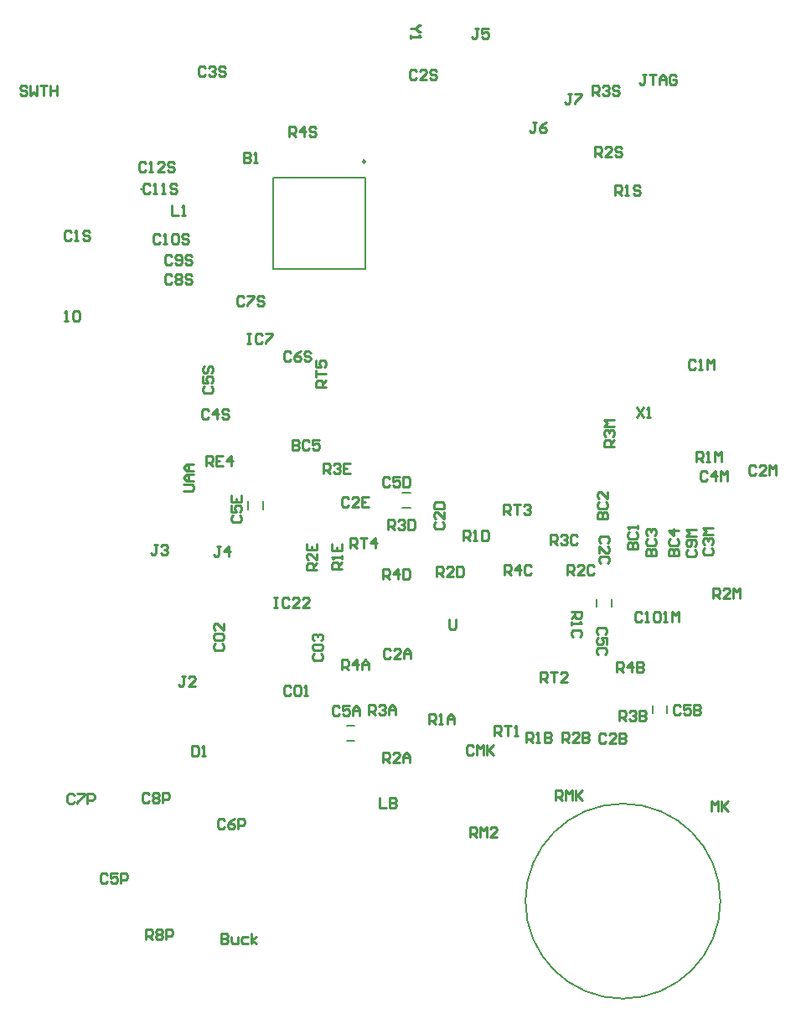
<source format=gto>
G04*
G04 #@! TF.GenerationSoftware,Altium Limited,Altium Designer,18.1.9 (240)*
G04*
G04 Layer_Color=65535*
%FSAX24Y24*%
%MOIN*%
G70*
G01*
G75*
%ADD10C,0.0098*%
%ADD11C,0.0079*%
%ADD12C,0.0079*%
%ADD13C,0.0090*%
D10*
X024771Y044151D02*
G03*
X024771Y044151I-000049J000000D01*
G01*
D11*
X038900Y014737D02*
G03*
X038900Y014737I-003878J000000D01*
G01*
X015892Y043054D02*
G03*
X015892Y043054I-000026J000000D01*
G01*
D12*
X021119Y043531D02*
X024781D01*
X021119Y039869D02*
Y043531D01*
Y039869D02*
X024781D01*
Y043531D01*
X024037Y021715D02*
X024352D01*
X024037Y021125D02*
X024352D01*
X034564Y026445D02*
Y026760D01*
X033974Y026445D02*
Y026760D01*
X026253Y030976D02*
X026568D01*
X026253Y030385D02*
X026568D01*
X020695Y030326D02*
Y030641D01*
X020105Y030326D02*
Y030641D01*
X036790Y022217D02*
Y022532D01*
X036200Y022217D02*
Y022532D01*
D13*
X029262Y049450D02*
X029128D01*
X029195D01*
Y049117D01*
X029128Y049050D01*
X029062D01*
X028995Y049117D01*
X029661Y049450D02*
X029395D01*
Y049250D01*
X029528Y049317D01*
X029595D01*
X029661Y049250D01*
Y049117D01*
X029595Y049050D01*
X029461D01*
X029395Y049117D01*
X031564Y045729D02*
X031431D01*
X031497D01*
Y045396D01*
X031431Y045329D01*
X031364D01*
X031297Y045396D01*
X031964Y045729D02*
X031830Y045662D01*
X031697Y045529D01*
Y045396D01*
X031764Y045329D01*
X031897D01*
X031964Y045396D01*
Y045462D01*
X031897Y045529D01*
X031697D01*
X032967Y046857D02*
X032833D01*
X032900D01*
Y046523D01*
X032833Y046457D01*
X032767D01*
X032700Y046523D01*
X033100Y046857D02*
X033366D01*
Y046790D01*
X033100Y046523D01*
Y046457D01*
X028950Y017280D02*
Y017680D01*
X029150D01*
X029217Y017613D01*
Y017480D01*
X029150Y017413D01*
X028950D01*
X029083D02*
X029217Y017280D01*
X029350D02*
Y017680D01*
X029483Y017547D01*
X029616Y017680D01*
Y017280D01*
X030016D02*
X029750D01*
X030016Y017547D01*
Y017613D01*
X029950Y017680D01*
X029816D01*
X029750Y017613D01*
X017870Y020920D02*
Y020520D01*
X018070D01*
X018137Y020587D01*
Y020853D01*
X018070Y020920D01*
X017870D01*
X018270Y020520D02*
X018403D01*
X018337D01*
Y020920D01*
X018270Y020853D01*
X035767Y026189D02*
X035700Y026255D01*
X035567D01*
X035500Y026189D01*
Y025922D01*
X035567Y025856D01*
X035700D01*
X035767Y025922D01*
X035900Y025856D02*
X036033D01*
X035967D01*
Y026255D01*
X035900Y026189D01*
X036233D02*
X036300Y026255D01*
X036433D01*
X036500Y026189D01*
Y025922D01*
X036433Y025856D01*
X036300D01*
X036233Y025922D01*
Y026189D01*
X036633Y025856D02*
X036766D01*
X036700D01*
Y026255D01*
X036633Y026189D01*
X036966Y025856D02*
Y026255D01*
X037099Y026122D01*
X037233Y026255D01*
Y025856D01*
X017525Y031035D02*
X017859D01*
X017925Y031101D01*
Y031235D01*
X017859Y031301D01*
X017525D01*
X017925Y031435D02*
X017659D01*
X017525Y031568D01*
X017659Y031701D01*
X017925D01*
X017725D01*
Y031435D01*
X017925Y031835D02*
X017659D01*
X017525Y031968D01*
X017659Y032101D01*
X017925D01*
X017725D01*
Y031835D01*
X023192Y035175D02*
X022792D01*
Y035375D01*
X022859Y035441D01*
X022992D01*
X023059Y035375D01*
Y035175D01*
Y035308D02*
X023192Y035441D01*
X022792Y035575D02*
Y035841D01*
Y035708D01*
X023192D01*
X022792Y036241D02*
Y035975D01*
X022992D01*
X022925Y036108D01*
Y036174D01*
X022992Y036241D01*
X023125D01*
X023192Y036174D01*
Y036041D01*
X023125Y035975D01*
X018450Y032050D02*
Y032450D01*
X018650D01*
X018717Y032383D01*
Y032250D01*
X018650Y032183D01*
X018450D01*
X018583D02*
X018717Y032050D01*
X019116Y032450D02*
X018850D01*
Y032050D01*
X019116D01*
X018850Y032250D02*
X018983D01*
X019450Y032050D02*
Y032450D01*
X019250Y032250D01*
X019516D01*
X023113Y031750D02*
Y032150D01*
X023313D01*
X023380Y032084D01*
Y031950D01*
X023313Y031884D01*
X023113D01*
X023246D02*
X023380Y031750D01*
X023513Y032084D02*
X023580Y032150D01*
X023713D01*
X023780Y032084D01*
Y032017D01*
X023713Y031950D01*
X023646D01*
X023713D01*
X023780Y031884D01*
Y031817D01*
X023713Y031750D01*
X023580D01*
X023513Y031817D01*
X024179Y032150D02*
X023913D01*
Y031750D01*
X024179D01*
X023913Y031950D02*
X024046D01*
X022852Y027900D02*
X022452D01*
Y028100D01*
X022518Y028167D01*
X022652D01*
X022718Y028100D01*
Y027900D01*
Y028033D02*
X022852Y028167D01*
Y028566D02*
Y028300D01*
X022585Y028566D01*
X022518D01*
X022452Y028500D01*
Y028367D01*
X022518Y028300D01*
X022452Y028966D02*
Y028700D01*
X022852D01*
Y028966D01*
X022652Y028700D02*
Y028833D01*
X023826Y027948D02*
X023426D01*
Y028148D01*
X023493Y028215D01*
X023626D01*
X023693Y028148D01*
Y027948D01*
Y028082D02*
X023826Y028215D01*
Y028348D02*
Y028481D01*
Y028415D01*
X023426D01*
X023493Y028348D01*
X023426Y028948D02*
Y028681D01*
X023826D01*
Y028948D01*
X023626Y028681D02*
Y028815D01*
X019017Y028860D02*
X018883D01*
X018950D01*
Y028527D01*
X018883Y028460D01*
X018817D01*
X018750Y028527D01*
X019350Y028460D02*
Y028860D01*
X019150Y028660D01*
X019416D01*
X016507Y028930D02*
X016373D01*
X016440D01*
Y028597D01*
X016373Y028530D01*
X016307D01*
X016240Y028597D01*
X016640Y028863D02*
X016707Y028930D01*
X016840D01*
X016906Y028863D01*
Y028797D01*
X016840Y028730D01*
X016773D01*
X016840D01*
X016906Y028663D01*
Y028597D01*
X016840Y028530D01*
X016707D01*
X016640Y028597D01*
X021140Y026800D02*
X021273D01*
X021207D01*
Y026400D01*
X021140D01*
X021273D01*
X021740Y026733D02*
X021673Y026800D01*
X021540D01*
X021473Y026733D01*
Y026467D01*
X021540Y026400D01*
X021673D01*
X021740Y026467D01*
X022140Y026400D02*
X021873D01*
X022140Y026667D01*
Y026733D01*
X022073Y026800D01*
X021940D01*
X021873Y026733D01*
X022540Y026400D02*
X022273D01*
X022540Y026667D01*
Y026733D01*
X022473Y026800D01*
X022340D01*
X022273Y026733D01*
X022742Y024567D02*
X022676Y024500D01*
Y024367D01*
X022742Y024300D01*
X023009D01*
X023076Y024367D01*
Y024500D01*
X023009Y024567D01*
X022676Y024900D02*
Y024767D01*
X022742Y024700D01*
X023009D01*
X023076Y024767D01*
Y024900D01*
X023009Y024966D01*
X022742D01*
X022676Y024900D01*
X022742Y025100D02*
X022676Y025166D01*
Y025300D01*
X022742Y025366D01*
X022809D01*
X022876Y025300D01*
Y025233D01*
Y025300D01*
X022942Y025366D01*
X023009D01*
X023076Y025300D01*
Y025166D01*
X023009Y025100D01*
X018805Y024982D02*
X018739Y024915D01*
Y024782D01*
X018805Y024715D01*
X019072D01*
X019139Y024782D01*
Y024915D01*
X019072Y024982D01*
X018739Y025315D02*
Y025182D01*
X018805Y025115D01*
X019072D01*
X019139Y025182D01*
Y025315D01*
X019072Y025382D01*
X018805D01*
X018739Y025315D01*
X019139Y025782D02*
Y025515D01*
X018872Y025782D01*
X018805D01*
X018739Y025715D01*
Y025582D01*
X018805Y025515D01*
X019500Y030081D02*
X019434Y030014D01*
Y029881D01*
X019500Y029814D01*
X019767D01*
X019833Y029881D01*
Y030014D01*
X019767Y030081D01*
X019434Y030481D02*
Y030214D01*
X019633D01*
X019567Y030347D01*
Y030414D01*
X019633Y030481D01*
X019767D01*
X019833Y030414D01*
Y030281D01*
X019767Y030214D01*
X019434Y030881D02*
Y030614D01*
X019833D01*
Y030881D01*
X019633Y030614D02*
Y030747D01*
X024093Y030752D02*
X024026Y030819D01*
X023893D01*
X023826Y030752D01*
Y030486D01*
X023893Y030419D01*
X024026D01*
X024093Y030486D01*
X024492Y030419D02*
X024226D01*
X024492Y030686D01*
Y030752D01*
X024426Y030819D01*
X024293D01*
X024226Y030752D01*
X024892Y030819D02*
X024626D01*
Y030419D01*
X024892D01*
X024626Y030619D02*
X024759D01*
X021807Y023253D02*
X021740Y023320D01*
X021607D01*
X021540Y023253D01*
Y022987D01*
X021607Y022920D01*
X021740D01*
X021807Y022987D01*
X021940Y023253D02*
X022007Y023320D01*
X022140D01*
X022207Y023253D01*
Y022987D01*
X022140Y022920D01*
X022007D01*
X021940Y022987D01*
Y023253D01*
X022340Y022920D02*
X022474D01*
X022407D01*
Y023320D01*
X022340Y023253D01*
X021877Y033096D02*
Y032696D01*
X022077D01*
X022144Y032763D01*
Y032830D01*
X022077Y032896D01*
X021877D01*
X022077D01*
X022144Y032963D01*
Y033030D01*
X022077Y033096D01*
X021877D01*
X022544Y033030D02*
X022477Y033096D01*
X022344D01*
X022277Y033030D01*
Y032763D01*
X022344Y032696D01*
X022477D01*
X022544Y032763D01*
X022943Y033096D02*
X022677D01*
Y032896D01*
X022810Y032963D01*
X022877D01*
X022943Y032896D01*
Y032763D01*
X022877Y032696D01*
X022744D01*
X022677Y032763D01*
X012810Y037830D02*
X012943D01*
X012877D01*
Y038230D01*
X012810Y038163D01*
X013143D02*
X013210Y038230D01*
X013343D01*
X013410Y038163D01*
Y037897D01*
X013343Y037830D01*
X013210D01*
X013143Y037897D01*
Y038163D01*
X025330Y018857D02*
Y018457D01*
X025596D01*
X025730Y018857D02*
Y018457D01*
X025930D01*
X025996Y018524D01*
Y018591D01*
X025930Y018657D01*
X025730D01*
X025930D01*
X025996Y018724D01*
Y018791D01*
X025930Y018857D01*
X025730D01*
X026964Y049570D02*
X026897D01*
X026764Y049437D01*
X026897Y049304D01*
X026964D01*
X026764Y049437D02*
X026564D01*
Y049171D02*
Y049037D01*
Y049104D01*
X026964D01*
X026897Y049171D01*
X035570Y034390D02*
X035837Y033990D01*
Y034390D02*
X035570Y033990D01*
X035970D02*
X036103D01*
X036037D01*
Y034390D01*
X035970Y034323D01*
X028095Y025949D02*
Y025616D01*
X028162Y025549D01*
X028295D01*
X028362Y025616D01*
Y025949D01*
X011307Y047113D02*
X011240Y047180D01*
X011107D01*
X011040Y047113D01*
Y047047D01*
X011107Y046980D01*
X011240D01*
X011307Y046913D01*
Y046847D01*
X011240Y046780D01*
X011107D01*
X011040Y046847D01*
X011440Y047180D02*
Y046780D01*
X011573Y046913D01*
X011706Y046780D01*
Y047180D01*
X011840D02*
X012106D01*
X011973D01*
Y046780D01*
X012240Y047180D02*
Y046780D01*
Y046980D01*
X012506D01*
Y047180D01*
Y046780D01*
X024171Y028770D02*
Y029170D01*
X024371D01*
X024437Y029103D01*
Y028970D01*
X024371Y028903D01*
X024171D01*
X024304D02*
X024437Y028770D01*
X024570Y029170D02*
X024837D01*
X024704D01*
Y028770D01*
X025170D02*
Y029170D01*
X024970Y028970D01*
X025237D01*
X030274Y030105D02*
Y030505D01*
X030474D01*
X030540Y030438D01*
Y030305D01*
X030474Y030238D01*
X030274D01*
X030407D02*
X030540Y030105D01*
X030674Y030505D02*
X030940D01*
X030807D01*
Y030105D01*
X031073Y030438D02*
X031140Y030505D01*
X031273D01*
X031340Y030438D01*
Y030372D01*
X031273Y030305D01*
X031207D01*
X031273D01*
X031340Y030238D01*
Y030172D01*
X031273Y030105D01*
X031140D01*
X031073Y030172D01*
X031743Y023457D02*
Y023857D01*
X031943D01*
X032009Y023791D01*
Y023657D01*
X031943Y023591D01*
X031743D01*
X031876D02*
X032009Y023457D01*
X032143Y023857D02*
X032409D01*
X032276D01*
Y023457D01*
X032809D02*
X032543D01*
X032809Y023724D01*
Y023791D01*
X032743Y023857D01*
X032609D01*
X032543Y023791D01*
X029900Y021300D02*
Y021700D01*
X030100D01*
X030166Y021633D01*
Y021500D01*
X030100Y021433D01*
X029900D01*
X030033D02*
X030166Y021300D01*
X030299Y021700D02*
X030566D01*
X030433D01*
Y021300D01*
X030699D02*
X030833D01*
X030766D01*
Y021700D01*
X030699Y021633D01*
X032344Y018750D02*
Y019150D01*
X032544D01*
X032610Y019083D01*
Y018950D01*
X032544Y018883D01*
X032344D01*
X032477D02*
X032610Y018750D01*
X032744D02*
Y019150D01*
X032877Y019017D01*
X033010Y019150D01*
Y018750D01*
X033143Y019150D02*
Y018750D01*
Y018883D01*
X033410Y019150D01*
X033210Y018950D01*
X033410Y018750D01*
X016050Y013200D02*
Y013600D01*
X016250D01*
X016317Y013533D01*
Y013400D01*
X016250Y013333D01*
X016050D01*
X016183D02*
X016317Y013200D01*
X016450Y013533D02*
X016517Y013600D01*
X016650D01*
X016716Y013533D01*
Y013467D01*
X016650Y013400D01*
X016716Y013333D01*
Y013267D01*
X016650Y013200D01*
X016517D01*
X016450Y013267D01*
Y013333D01*
X016517Y013400D01*
X016450Y013467D01*
Y013533D01*
X016517Y013400D02*
X016650D01*
X016850Y013200D02*
Y013600D01*
X017050D01*
X017116Y013533D01*
Y013400D01*
X017050Y013333D01*
X016850D01*
X021750Y045150D02*
Y045550D01*
X021950D01*
X022017Y045483D01*
Y045350D01*
X021950Y045283D01*
X021750D01*
X021883D02*
X022017Y045150D01*
X022350D02*
Y045550D01*
X022150Y045350D01*
X022416D01*
X022816Y045483D02*
X022750Y045550D01*
X022616D01*
X022550Y045483D01*
Y045417D01*
X022616Y045350D01*
X022750D01*
X022816Y045283D01*
Y045217D01*
X022750Y045150D01*
X022616D01*
X022550Y045217D01*
X025483Y027536D02*
Y027935D01*
X025683D01*
X025750Y027869D01*
Y027736D01*
X025683Y027669D01*
X025483D01*
X025616D02*
X025750Y027536D01*
X026083D02*
Y027935D01*
X025883Y027736D01*
X026150D01*
X026283Y027935D02*
Y027536D01*
X026483D01*
X026549Y027602D01*
Y027869D01*
X026483Y027935D01*
X026283D01*
X030318Y027729D02*
Y028129D01*
X030518D01*
X030585Y028062D01*
Y027929D01*
X030518Y027862D01*
X030318D01*
X030451D02*
X030585Y027729D01*
X030918D02*
Y028129D01*
X030718Y027929D01*
X030984D01*
X031384Y028062D02*
X031318Y028129D01*
X031184D01*
X031118Y028062D01*
Y027796D01*
X031184Y027729D01*
X031318D01*
X031384Y027796D01*
X034778Y023850D02*
Y024250D01*
X034978D01*
X035045Y024183D01*
Y024050D01*
X034978Y023983D01*
X034778D01*
X034912D02*
X035045Y023850D01*
X035378D02*
Y024250D01*
X035178Y024050D01*
X035445D01*
X035578Y024250D02*
Y023850D01*
X035778D01*
X035845Y023917D01*
Y023983D01*
X035778Y024050D01*
X035578D01*
X035778D01*
X035845Y024117D01*
Y024183D01*
X035778Y024250D01*
X035578D01*
X023836Y023933D02*
Y024333D01*
X024036D01*
X024102Y024266D01*
Y024133D01*
X024036Y024066D01*
X023836D01*
X023969D02*
X024102Y023933D01*
X024436D02*
Y024333D01*
X024236Y024133D01*
X024502D01*
X024636Y023933D02*
Y024199D01*
X024769Y024333D01*
X024902Y024199D01*
Y023933D01*
Y024133D01*
X024636D01*
X033795Y046786D02*
Y047186D01*
X033995D01*
X034062Y047119D01*
Y046986D01*
X033995Y046919D01*
X033795D01*
X033928D02*
X034062Y046786D01*
X034195Y047119D02*
X034261Y047186D01*
X034395D01*
X034461Y047119D01*
Y047053D01*
X034395Y046986D01*
X034328D01*
X034395D01*
X034461Y046919D01*
Y046853D01*
X034395Y046786D01*
X034261D01*
X034195Y046853D01*
X034861Y047119D02*
X034795Y047186D01*
X034661D01*
X034595Y047119D01*
Y047053D01*
X034661Y046986D01*
X034795D01*
X034861Y046919D01*
Y046853D01*
X034795Y046786D01*
X034661D01*
X034595Y046853D01*
X034660Y032816D02*
X034260D01*
Y033016D01*
X034326Y033083D01*
X034460D01*
X034526Y033016D01*
Y032816D01*
Y032950D02*
X034660Y033083D01*
X034326Y033216D02*
X034260Y033283D01*
Y033416D01*
X034326Y033483D01*
X034393D01*
X034460Y033416D01*
Y033349D01*
Y033416D01*
X034526Y033483D01*
X034593D01*
X034660Y033416D01*
Y033283D01*
X034593Y033216D01*
X034660Y033616D02*
X034260D01*
X034393Y033749D01*
X034260Y033883D01*
X034660D01*
X025687Y029515D02*
Y029914D01*
X025887D01*
X025954Y029848D01*
Y029714D01*
X025887Y029648D01*
X025687D01*
X025820D02*
X025954Y029515D01*
X026087Y029848D02*
X026154Y029914D01*
X026287D01*
X026354Y029848D01*
Y029781D01*
X026287Y029714D01*
X026220D01*
X026287D01*
X026354Y029648D01*
Y029581D01*
X026287Y029515D01*
X026154D01*
X026087Y029581D01*
X026487Y029914D02*
Y029515D01*
X026687D01*
X026753Y029581D01*
Y029848D01*
X026687Y029914D01*
X026487D01*
X032125Y028927D02*
Y029327D01*
X032325D01*
X032392Y029260D01*
Y029127D01*
X032325Y029060D01*
X032125D01*
X032259D02*
X032392Y028927D01*
X032525Y029260D02*
X032592Y029327D01*
X032725D01*
X032792Y029260D01*
Y029193D01*
X032725Y029127D01*
X032658D01*
X032725D01*
X032792Y029060D01*
Y028994D01*
X032725Y028927D01*
X032592D01*
X032525Y028994D01*
X033192Y029260D02*
X033125Y029327D01*
X032992D01*
X032925Y029260D01*
Y028994D01*
X032992Y028927D01*
X033125D01*
X033192Y028994D01*
X034888Y021900D02*
Y022300D01*
X035088D01*
X035155Y022233D01*
Y022100D01*
X035088Y022033D01*
X034888D01*
X035022D02*
X035155Y021900D01*
X035288Y022233D02*
X035355Y022300D01*
X035488D01*
X035555Y022233D01*
Y022167D01*
X035488Y022100D01*
X035422D01*
X035488D01*
X035555Y022033D01*
Y021967D01*
X035488Y021900D01*
X035355D01*
X035288Y021967D01*
X035688Y022300D02*
Y021900D01*
X035888D01*
X035955Y021967D01*
Y022033D01*
X035888Y022100D01*
X035688D01*
X035888D01*
X035955Y022167D01*
Y022233D01*
X035888Y022300D01*
X035688D01*
X024915Y022138D02*
Y022538D01*
X025115D01*
X025182Y022471D01*
Y022338D01*
X025115Y022271D01*
X024915D01*
X025048D02*
X025182Y022138D01*
X025315Y022471D02*
X025382Y022538D01*
X025515D01*
X025581Y022471D01*
Y022404D01*
X025515Y022338D01*
X025448D01*
X025515D01*
X025581Y022271D01*
Y022205D01*
X025515Y022138D01*
X025382D01*
X025315Y022205D01*
X025715Y022138D02*
Y022404D01*
X025848Y022538D01*
X025981Y022404D01*
Y022138D01*
Y022338D01*
X025715D01*
X033900Y044348D02*
Y044748D01*
X034100D01*
X034167Y044681D01*
Y044548D01*
X034100Y044481D01*
X033900D01*
X034033D02*
X034167Y044348D01*
X034566D02*
X034300D01*
X034566Y044614D01*
Y044681D01*
X034500Y044748D01*
X034367D01*
X034300Y044681D01*
X034966D02*
X034900Y044748D01*
X034766D01*
X034700Y044681D01*
Y044614D01*
X034766Y044548D01*
X034900D01*
X034966Y044481D01*
Y044414D01*
X034900Y044348D01*
X034766D01*
X034700Y044414D01*
X038611Y026777D02*
Y027177D01*
X038811D01*
X038877Y027111D01*
Y026977D01*
X038811Y026911D01*
X038611D01*
X038744D02*
X038877Y026777D01*
X039277D02*
X039011D01*
X039277Y027044D01*
Y027111D01*
X039210Y027177D01*
X039077D01*
X039011Y027111D01*
X039410Y026777D02*
Y027177D01*
X039544Y027044D01*
X039677Y027177D01*
Y026777D01*
X027610Y027644D02*
Y028044D01*
X027810D01*
X027877Y027977D01*
Y027844D01*
X027810Y027777D01*
X027610D01*
X027744D02*
X027877Y027644D01*
X028277D02*
X028010D01*
X028277Y027910D01*
Y027977D01*
X028210Y028044D01*
X028077D01*
X028010Y027977D01*
X028410Y028044D02*
Y027644D01*
X028610D01*
X028677Y027711D01*
Y027977D01*
X028610Y028044D01*
X028410D01*
X032808Y027732D02*
Y028132D01*
X033008D01*
X033074Y028065D01*
Y027932D01*
X033008Y027865D01*
X032808D01*
X032941D02*
X033074Y027732D01*
X033474D02*
X033208D01*
X033474Y027998D01*
Y028065D01*
X033408Y028132D01*
X033274D01*
X033208Y028065D01*
X033874D02*
X033807Y028132D01*
X033674D01*
X033607Y028065D01*
Y027798D01*
X033674Y027732D01*
X033807D01*
X033874Y027798D01*
X032591Y021046D02*
Y021446D01*
X032791D01*
X032858Y021379D01*
Y021246D01*
X032791Y021179D01*
X032591D01*
X032724D02*
X032858Y021046D01*
X033258D02*
X032991D01*
X033258Y021312D01*
Y021379D01*
X033191Y021446D01*
X033058D01*
X032991Y021379D01*
X033391Y021446D02*
Y021046D01*
X033591D01*
X033658Y021112D01*
Y021179D01*
X033591Y021246D01*
X033391D01*
X033591D01*
X033658Y021312D01*
Y021379D01*
X033591Y021446D01*
X033391D01*
X025483Y020250D02*
Y020650D01*
X025683D01*
X025750Y020583D01*
Y020450D01*
X025683Y020383D01*
X025483D01*
X025616D02*
X025750Y020250D01*
X026150D02*
X025883D01*
X026150Y020517D01*
Y020583D01*
X026083Y020650D01*
X025950D01*
X025883Y020583D01*
X026283Y020250D02*
Y020517D01*
X026416Y020650D01*
X026549Y020517D01*
Y020250D01*
Y020450D01*
X026283D01*
X034720Y042830D02*
Y043230D01*
X034920D01*
X034987Y043163D01*
Y043030D01*
X034920Y042963D01*
X034720D01*
X034853D02*
X034987Y042830D01*
X035120D02*
X035253D01*
X035187D01*
Y043230D01*
X035120Y043163D01*
X035720D02*
X035653Y043230D01*
X035520D01*
X035453Y043163D01*
Y043097D01*
X035520Y043030D01*
X035653D01*
X035720Y042963D01*
Y042897D01*
X035653Y042830D01*
X035520D01*
X035453Y042897D01*
X037941Y032213D02*
Y032612D01*
X038141D01*
X038207Y032546D01*
Y032413D01*
X038141Y032346D01*
X037941D01*
X038074D02*
X038207Y032213D01*
X038341D02*
X038474D01*
X038407D01*
Y032612D01*
X038341Y032546D01*
X038674Y032213D02*
Y032612D01*
X038807Y032479D01*
X038940Y032612D01*
Y032213D01*
X028665Y029082D02*
Y029482D01*
X028865D01*
X028932Y029415D01*
Y029282D01*
X028865Y029215D01*
X028665D01*
X028798D02*
X028932Y029082D01*
X029065D02*
X029198D01*
X029132D01*
Y029482D01*
X029065Y029415D01*
X029398Y029482D02*
Y029082D01*
X029598D01*
X029665Y029148D01*
Y029415D01*
X029598Y029482D01*
X029398D01*
X032973Y026244D02*
X033373D01*
Y026044D01*
X033306Y025978D01*
X033173D01*
X033107Y026044D01*
Y026244D01*
Y026111D02*
X032973Y025978D01*
Y025844D02*
Y025711D01*
Y025778D01*
X033373D01*
X033306Y025844D01*
Y025245D02*
X033373Y025311D01*
Y025445D01*
X033306Y025511D01*
X033040D01*
X032973Y025445D01*
Y025311D01*
X033040Y025245D01*
X031182Y021046D02*
Y021446D01*
X031381D01*
X031448Y021379D01*
Y021246D01*
X031381Y021179D01*
X031182D01*
X031315D02*
X031448Y021046D01*
X031581D02*
X031715D01*
X031648D01*
Y021446D01*
X031581Y021379D01*
X031915Y021446D02*
Y021046D01*
X032115D01*
X032181Y021112D01*
Y021179D01*
X032115Y021246D01*
X031915D01*
X032115D01*
X032181Y021312D01*
Y021379D01*
X032115Y021446D01*
X031915D01*
X027300Y021774D02*
Y022174D01*
X027500D01*
X027567Y022107D01*
Y021974D01*
X027500Y021907D01*
X027300D01*
X027433D02*
X027567Y021774D01*
X027700D02*
X027833D01*
X027767D01*
Y022174D01*
X027700Y022107D01*
X028033Y021774D02*
Y022041D01*
X028166Y022174D01*
X028300Y022041D01*
Y021774D01*
Y021974D01*
X028033D01*
X038543Y018300D02*
Y018700D01*
X038676Y018567D01*
X038810Y018700D01*
Y018300D01*
X038943Y018700D02*
Y018300D01*
Y018433D01*
X039209Y018700D01*
X039009Y018500D01*
X039209Y018300D01*
X017068Y042400D02*
Y042000D01*
X017335D01*
X017468D02*
X017601D01*
X017535D01*
Y042400D01*
X017468Y042333D01*
X035947Y047620D02*
X035813D01*
X035880D01*
Y047287D01*
X035813Y047220D01*
X035747D01*
X035680Y047287D01*
X036080Y047620D02*
X036346D01*
X036213D01*
Y047220D01*
X036480D02*
Y047487D01*
X036613Y047620D01*
X036746Y047487D01*
Y047220D01*
Y047420D01*
X036480D01*
X037146Y047553D02*
X037080Y047620D01*
X036946D01*
X036880Y047553D01*
Y047287D01*
X036946Y047220D01*
X037080D01*
X037146Y047287D01*
Y047420D01*
X037013D01*
X017617Y023690D02*
X017483D01*
X017550D01*
Y023357D01*
X017483Y023290D01*
X017417D01*
X017350Y023357D01*
X018016Y023290D02*
X017750D01*
X018016Y023557D01*
Y023623D01*
X017950Y023690D01*
X017817D01*
X017750Y023623D01*
X020060Y037300D02*
X020193D01*
X020127D01*
Y036900D01*
X020060D01*
X020193D01*
X020660Y037233D02*
X020593Y037300D01*
X020460D01*
X020393Y037233D01*
Y036967D01*
X020460Y036900D01*
X020593D01*
X020660Y036967D01*
X020793Y037300D02*
X021060D01*
Y037233D01*
X020793Y036967D01*
Y036900D01*
X029067Y020883D02*
X029000Y020950D01*
X028867D01*
X028800Y020883D01*
Y020617D01*
X028867Y020550D01*
X029000D01*
X029067Y020617D01*
X029200Y020550D02*
Y020950D01*
X029333Y020817D01*
X029466Y020950D01*
Y020550D01*
X029600Y020950D02*
Y020550D01*
Y020683D01*
X029866Y020950D01*
X029666Y020750D01*
X029866Y020550D01*
X016041Y044067D02*
X015974Y044133D01*
X015841D01*
X015774Y044067D01*
Y043800D01*
X015841Y043733D01*
X015974D01*
X016041Y043800D01*
X016174Y043733D02*
X016308D01*
X016241D01*
Y044133D01*
X016174Y044067D01*
X016774Y043733D02*
X016508D01*
X016774Y044000D01*
Y044067D01*
X016707Y044133D01*
X016574D01*
X016508Y044067D01*
X017174D02*
X017107Y044133D01*
X016974D01*
X016907Y044067D01*
Y044000D01*
X016974Y043933D01*
X017107D01*
X017174Y043867D01*
Y043800D01*
X017107Y043733D01*
X016974D01*
X016907Y043800D01*
X016219Y043210D02*
X016152Y043276D01*
X016019D01*
X015953Y043210D01*
Y042943D01*
X016019Y042876D01*
X016152D01*
X016219Y042943D01*
X016352Y042876D02*
X016486D01*
X016419D01*
Y043276D01*
X016352Y043210D01*
X016686Y042876D02*
X016819D01*
X016752D01*
Y043276D01*
X016686Y043210D01*
X017285D02*
X017219Y043276D01*
X017086D01*
X017019Y043210D01*
Y043143D01*
X017086Y043076D01*
X017219D01*
X017285Y043010D01*
Y042943D01*
X017219Y042876D01*
X017086D01*
X017019Y042943D01*
X016617Y041217D02*
X016550Y041283D01*
X016417D01*
X016350Y041217D01*
Y040950D01*
X016417Y040883D01*
X016550D01*
X016617Y040950D01*
X016750Y040883D02*
X016883D01*
X016817D01*
Y041283D01*
X016750Y041217D01*
X017083D02*
X017150Y041283D01*
X017283D01*
X017350Y041217D01*
Y040950D01*
X017283Y040883D01*
X017150D01*
X017083Y040950D01*
Y041217D01*
X017750D02*
X017683Y041283D01*
X017550D01*
X017483Y041217D01*
Y041150D01*
X017550Y041083D01*
X017683D01*
X017750Y041017D01*
Y040950D01*
X017683Y040883D01*
X017550D01*
X017483Y040950D01*
X017067Y040383D02*
X017000Y040450D01*
X016867D01*
X016800Y040383D01*
Y040117D01*
X016867Y040050D01*
X017000D01*
X017067Y040117D01*
X017200D02*
X017267Y040050D01*
X017400D01*
X017466Y040117D01*
Y040383D01*
X017400Y040450D01*
X017267D01*
X017200Y040383D01*
Y040317D01*
X017267Y040250D01*
X017466D01*
X017866Y040383D02*
X017800Y040450D01*
X017666D01*
X017600Y040383D01*
Y040317D01*
X017666Y040250D01*
X017800D01*
X017866Y040183D01*
Y040117D01*
X017800Y040050D01*
X017666D01*
X017600Y040117D01*
X017067Y039629D02*
X017000Y039696D01*
X016867D01*
X016800Y039629D01*
Y039362D01*
X016867Y039296D01*
X017000D01*
X017067Y039362D01*
X017200Y039629D02*
X017267Y039696D01*
X017400D01*
X017466Y039629D01*
Y039562D01*
X017400Y039496D01*
X017466Y039429D01*
Y039362D01*
X017400Y039296D01*
X017267D01*
X017200Y039362D01*
Y039429D01*
X017267Y039496D01*
X017200Y039562D01*
Y039629D01*
X017267Y039496D02*
X017400D01*
X017866Y039629D02*
X017800Y039696D01*
X017666D01*
X017600Y039629D01*
Y039562D01*
X017666Y039496D01*
X017800D01*
X017866Y039429D01*
Y039362D01*
X017800Y039296D01*
X017666D01*
X017600Y039362D01*
X016167Y018971D02*
X016100Y019037D01*
X015967D01*
X015900Y018971D01*
Y018704D01*
X015967Y018637D01*
X016100D01*
X016167Y018704D01*
X016300Y018971D02*
X016367Y019037D01*
X016500D01*
X016566Y018971D01*
Y018904D01*
X016500Y018837D01*
X016566Y018771D01*
Y018704D01*
X016500Y018637D01*
X016367D01*
X016300Y018704D01*
Y018771D01*
X016367Y018837D01*
X016300Y018904D01*
Y018971D01*
X016367Y018837D02*
X016500D01*
X016700Y018637D02*
Y019037D01*
X016900D01*
X016966Y018971D01*
Y018837D01*
X016900Y018771D01*
X016700D01*
X019932Y038733D02*
X019865Y038800D01*
X019732D01*
X019665Y038733D01*
Y038467D01*
X019732Y038400D01*
X019865D01*
X019932Y038467D01*
X020065Y038800D02*
X020331D01*
Y038733D01*
X020065Y038467D01*
Y038400D01*
X020731Y038733D02*
X020665Y038800D01*
X020531D01*
X020465Y038733D01*
Y038667D01*
X020531Y038600D01*
X020665D01*
X020731Y038533D01*
Y038467D01*
X020665Y038400D01*
X020531D01*
X020465Y038467D01*
X013191Y018933D02*
X013124Y019000D01*
X012991D01*
X012924Y018933D01*
Y018667D01*
X012991Y018600D01*
X013124D01*
X013191Y018667D01*
X013324Y019000D02*
X013591D01*
Y018933D01*
X013324Y018667D01*
Y018600D01*
X013724D02*
Y019000D01*
X013924D01*
X013991Y018933D01*
Y018800D01*
X013924Y018733D01*
X013724D01*
X021791Y036549D02*
X021725Y036616D01*
X021591D01*
X021525Y036549D01*
Y036283D01*
X021591Y036216D01*
X021725D01*
X021791Y036283D01*
X022191Y036616D02*
X022058Y036549D01*
X021925Y036416D01*
Y036283D01*
X021991Y036216D01*
X022125D01*
X022191Y036283D01*
Y036349D01*
X022125Y036416D01*
X021925D01*
X022591Y036549D02*
X022524Y036616D01*
X022391D01*
X022325Y036549D01*
Y036483D01*
X022391Y036416D01*
X022524D01*
X022591Y036349D01*
Y036283D01*
X022524Y036216D01*
X022391D01*
X022325Y036283D01*
X019187Y017963D02*
X019120Y018030D01*
X018987D01*
X018920Y017963D01*
Y017697D01*
X018987Y017630D01*
X019120D01*
X019187Y017697D01*
X019586Y018030D02*
X019453Y017963D01*
X019320Y017830D01*
Y017697D01*
X019387Y017630D01*
X019520D01*
X019586Y017697D01*
Y017763D01*
X019520Y017830D01*
X019320D01*
X019720Y017630D02*
Y018030D01*
X019920D01*
X019986Y017963D01*
Y017830D01*
X019920Y017763D01*
X019720D01*
X018389Y035217D02*
X018322Y035150D01*
Y035017D01*
X018389Y034950D01*
X018655D01*
X018722Y035017D01*
Y035150D01*
X018655Y035217D01*
X018322Y035616D02*
Y035350D01*
X018522D01*
X018455Y035483D01*
Y035550D01*
X018522Y035616D01*
X018655D01*
X018722Y035550D01*
Y035417D01*
X018655Y035350D01*
X018389Y036016D02*
X018322Y035950D01*
Y035816D01*
X018389Y035750D01*
X018455D01*
X018522Y035816D01*
Y035950D01*
X018589Y036016D01*
X018655D01*
X018722Y035950D01*
Y035816D01*
X018655Y035750D01*
X014517Y015783D02*
X014450Y015850D01*
X014317D01*
X014250Y015783D01*
Y015517D01*
X014317Y015450D01*
X014450D01*
X014517Y015517D01*
X014916Y015850D02*
X014650D01*
Y015650D01*
X014783Y015717D01*
X014850D01*
X014916Y015650D01*
Y015517D01*
X014850Y015450D01*
X014717D01*
X014650Y015517D01*
X015050Y015450D02*
Y015850D01*
X015250D01*
X015316Y015783D01*
Y015650D01*
X015250Y015583D01*
X015050D01*
X025754Y031557D02*
X025688Y031624D01*
X025555D01*
X025488Y031557D01*
Y031290D01*
X025555Y031224D01*
X025688D01*
X025754Y031290D01*
X026154Y031624D02*
X025888D01*
Y031424D01*
X026021Y031490D01*
X026088D01*
X026154Y031424D01*
Y031290D01*
X026088Y031224D01*
X025954D01*
X025888Y031290D01*
X026288Y031624D02*
Y031224D01*
X026488D01*
X026554Y031290D01*
Y031557D01*
X026488Y031624D01*
X026288D01*
X034307Y025342D02*
X034374Y025409D01*
Y025542D01*
X034307Y025609D01*
X034040D01*
X033974Y025542D01*
Y025409D01*
X034040Y025342D01*
X034374Y024942D02*
Y025209D01*
X034174D01*
X034240Y025076D01*
Y025009D01*
X034174Y024942D01*
X034040D01*
X033974Y025009D01*
Y025142D01*
X034040Y025209D01*
X034307Y024543D02*
X034374Y024609D01*
Y024742D01*
X034307Y024809D01*
X034040D01*
X033974Y024742D01*
Y024609D01*
X034040Y024543D01*
X037317Y022471D02*
X037250Y022538D01*
X037117D01*
X037050Y022471D01*
Y022205D01*
X037117Y022138D01*
X037250D01*
X037317Y022205D01*
X037716Y022538D02*
X037450D01*
Y022338D01*
X037583Y022404D01*
X037650D01*
X037716Y022338D01*
Y022205D01*
X037650Y022138D01*
X037517D01*
X037450Y022205D01*
X037850Y022538D02*
Y022138D01*
X038050D01*
X038116Y022205D01*
Y022271D01*
X038050Y022338D01*
X037850D01*
X038050D01*
X038116Y022404D01*
Y022471D01*
X038050Y022538D01*
X037850D01*
X023747Y022433D02*
X023680Y022500D01*
X023547D01*
X023480Y022433D01*
Y022167D01*
X023547Y022100D01*
X023680D01*
X023747Y022167D01*
X024146Y022500D02*
X023880D01*
Y022300D01*
X024013Y022367D01*
X024080D01*
X024146Y022300D01*
Y022167D01*
X024080Y022100D01*
X023947D01*
X023880Y022167D01*
X024280Y022100D02*
Y022367D01*
X024413Y022500D01*
X024546Y022367D01*
Y022100D01*
Y022300D01*
X024280D01*
X018528Y034233D02*
X018462Y034300D01*
X018328D01*
X018262Y034233D01*
Y033967D01*
X018328Y033900D01*
X018462D01*
X018528Y033967D01*
X018861Y033900D02*
Y034300D01*
X018662Y034100D01*
X018928D01*
X019328Y034233D02*
X019261Y034300D01*
X019128D01*
X019061Y034233D01*
Y034167D01*
X019128Y034100D01*
X019261D01*
X019328Y034033D01*
Y033967D01*
X019261Y033900D01*
X019128D01*
X019061Y033967D01*
X038368Y031797D02*
X038301Y031864D01*
X038168D01*
X038101Y031797D01*
Y031531D01*
X038168Y031464D01*
X038301D01*
X038368Y031531D01*
X038701Y031464D02*
Y031864D01*
X038501Y031664D01*
X038768D01*
X038901Y031464D02*
Y031864D01*
X039034Y031731D01*
X039168Y031864D01*
Y031464D01*
X018402Y047898D02*
X018335Y047964D01*
X018202D01*
X018135Y047898D01*
Y047631D01*
X018202Y047564D01*
X018335D01*
X018402Y047631D01*
X018535Y047898D02*
X018602Y047964D01*
X018735D01*
X018802Y047898D01*
Y047831D01*
X018735Y047764D01*
X018668D01*
X018735D01*
X018802Y047698D01*
Y047631D01*
X018735Y047564D01*
X018602D01*
X018535Y047631D01*
X019201Y047898D02*
X019135Y047964D01*
X019001D01*
X018935Y047898D01*
Y047831D01*
X019001Y047764D01*
X019135D01*
X019201Y047698D01*
Y047631D01*
X019135Y047564D01*
X019001D01*
X018935Y047631D01*
X038262Y028777D02*
X038195Y028711D01*
Y028577D01*
X038262Y028511D01*
X038528D01*
X038595Y028577D01*
Y028711D01*
X038528Y028777D01*
X038262Y028911D02*
X038195Y028977D01*
Y029110D01*
X038262Y029177D01*
X038328D01*
X038395Y029110D01*
Y029044D01*
Y029110D01*
X038462Y029177D01*
X038528D01*
X038595Y029110D01*
Y028977D01*
X038528Y028911D01*
X038595Y029310D02*
X038195D01*
X038328Y029444D01*
X038195Y029577D01*
X038595D01*
X026817Y047763D02*
X026750Y047830D01*
X026617D01*
X026550Y047763D01*
Y047497D01*
X026617Y047430D01*
X026750D01*
X026817Y047497D01*
X027216Y047430D02*
X026950D01*
X027216Y047697D01*
Y047763D01*
X027150Y047830D01*
X027017D01*
X026950Y047763D01*
X027616D02*
X027550Y047830D01*
X027416D01*
X027350Y047763D01*
Y047697D01*
X027416Y047630D01*
X027550D01*
X027616Y047563D01*
Y047497D01*
X027550Y047430D01*
X027416D01*
X027350Y047497D01*
X040301Y032019D02*
X040234Y032086D01*
X040101D01*
X040034Y032019D01*
Y031753D01*
X040101Y031686D01*
X040234D01*
X040301Y031753D01*
X040701Y031686D02*
X040434D01*
X040701Y031953D01*
Y032019D01*
X040634Y032086D01*
X040501D01*
X040434Y032019D01*
X040834Y031686D02*
Y032086D01*
X040967Y031953D01*
X041101Y032086D01*
Y031686D01*
X027572Y029830D02*
X027506Y029763D01*
Y029630D01*
X027572Y029563D01*
X027839D01*
X027906Y029630D01*
Y029763D01*
X027839Y029830D01*
X027906Y030230D02*
Y029963D01*
X027639Y030230D01*
X027572D01*
X027506Y030163D01*
Y030030D01*
X027572Y029963D01*
X027506Y030363D02*
X027906D01*
Y030563D01*
X027839Y030630D01*
X027572D01*
X027506Y030563D01*
Y030363D01*
X034399Y028989D02*
X034466Y029056D01*
Y029189D01*
X034399Y029256D01*
X034133D01*
X034066Y029189D01*
Y029056D01*
X034133Y028989D01*
X034066Y028589D02*
Y028856D01*
X034333Y028589D01*
X034399D01*
X034466Y028656D01*
Y028789D01*
X034399Y028856D01*
Y028189D02*
X034466Y028256D01*
Y028389D01*
X034399Y028456D01*
X034133D01*
X034066Y028389D01*
Y028256D01*
X034133Y028189D01*
X034339Y021333D02*
X034272Y021400D01*
X034139D01*
X034072Y021333D01*
Y021067D01*
X034139Y021000D01*
X034272D01*
X034339Y021067D01*
X034739Y021000D02*
X034472D01*
X034739Y021267D01*
Y021333D01*
X034672Y021400D01*
X034539D01*
X034472Y021333D01*
X034872Y021400D02*
Y021000D01*
X035072D01*
X035138Y021067D01*
Y021133D01*
X035072Y021200D01*
X034872D01*
X035072D01*
X035138Y021267D01*
Y021333D01*
X035072Y021400D01*
X034872D01*
X025789Y024713D02*
X025722Y024780D01*
X025589D01*
X025522Y024713D01*
Y024447D01*
X025589Y024380D01*
X025722D01*
X025789Y024447D01*
X026189Y024380D02*
X025922D01*
X026189Y024647D01*
Y024713D01*
X026122Y024780D01*
X025989D01*
X025922Y024713D01*
X026322Y024380D02*
Y024647D01*
X026456Y024780D01*
X026589Y024647D01*
Y024380D01*
Y024580D01*
X026322D01*
X013067Y041363D02*
X013000Y041430D01*
X012867D01*
X012800Y041363D01*
Y041097D01*
X012867Y041030D01*
X013000D01*
X013067Y041097D01*
X013200Y041030D02*
X013333D01*
X013267D01*
Y041430D01*
X013200Y041363D01*
X013800D02*
X013733Y041430D01*
X013600D01*
X013533Y041363D01*
Y041297D01*
X013600Y041230D01*
X013733D01*
X013800Y041163D01*
Y041097D01*
X013733Y041030D01*
X013600D01*
X013533Y041097D01*
X037897Y036203D02*
X037830Y036270D01*
X037697D01*
X037630Y036203D01*
Y035937D01*
X037697Y035870D01*
X037830D01*
X037897Y035937D01*
X038030Y035870D02*
X038163D01*
X038097D01*
Y036270D01*
X038030Y036203D01*
X038363Y035870D02*
Y036270D01*
X038496Y036137D01*
X038630Y036270D01*
Y035870D01*
X019050Y013450D02*
Y013050D01*
X019250D01*
X019317Y013117D01*
Y013183D01*
X019250Y013250D01*
X019050D01*
X019250D01*
X019317Y013317D01*
Y013383D01*
X019250Y013450D01*
X019050D01*
X019450Y013317D02*
Y013117D01*
X019517Y013050D01*
X019716D01*
Y013317D01*
X020116D02*
X019916D01*
X019850Y013250D01*
Y013117D01*
X019916Y013050D01*
X020116D01*
X020250D02*
Y013450D01*
Y013183D02*
X020450Y013317D01*
X020250Y013183D02*
X020450Y013050D01*
X037606Y028712D02*
X037540Y028645D01*
Y028512D01*
X037606Y028445D01*
X037873D01*
X037939Y028512D01*
Y028645D01*
X037873Y028712D01*
Y028845D02*
X037939Y028912D01*
Y029045D01*
X037873Y029112D01*
X037606D01*
X037540Y029045D01*
Y028912D01*
X037606Y028845D01*
X037673D01*
X037740Y028912D01*
Y029112D01*
X037939Y029245D02*
X037540D01*
X037673Y029378D01*
X037540Y029511D01*
X037939D01*
X036845Y028470D02*
X037245D01*
Y028670D01*
X037178Y028736D01*
X037112D01*
X037045Y028670D01*
Y028470D01*
Y028670D01*
X036978Y028736D01*
X036912D01*
X036845Y028670D01*
Y028470D01*
X036912Y029136D02*
X036845Y029070D01*
Y028936D01*
X036912Y028870D01*
X037178D01*
X037245Y028936D01*
Y029070D01*
X037178Y029136D01*
X037245Y029470D02*
X036845D01*
X037045Y029270D01*
Y029536D01*
X035945Y028470D02*
X036345D01*
Y028670D01*
X036278Y028736D01*
X036212D01*
X036145Y028670D01*
Y028470D01*
Y028670D01*
X036078Y028736D01*
X036012D01*
X035945Y028670D01*
Y028470D01*
X036012Y029136D02*
X035945Y029070D01*
Y028936D01*
X036012Y028870D01*
X036278D01*
X036345Y028936D01*
Y029070D01*
X036278Y029136D01*
X036012Y029270D02*
X035945Y029336D01*
Y029470D01*
X036012Y029536D01*
X036078D01*
X036145Y029470D01*
Y029403D01*
Y029470D01*
X036212Y029536D01*
X036278D01*
X036345Y029470D01*
Y029336D01*
X036278Y029270D01*
X033995Y029950D02*
X034395D01*
Y030150D01*
X034328Y030217D01*
X034262D01*
X034195Y030150D01*
Y029950D01*
Y030150D01*
X034128Y030217D01*
X034062D01*
X033995Y030150D01*
Y029950D01*
X034062Y030617D02*
X033995Y030550D01*
Y030417D01*
X034062Y030350D01*
X034328D01*
X034395Y030417D01*
Y030550D01*
X034328Y030617D01*
X034395Y031016D02*
Y030750D01*
X034128Y031016D01*
X034062D01*
X033995Y030950D01*
Y030817D01*
X034062Y030750D01*
X035195Y028764D02*
X035595D01*
Y028964D01*
X035528Y029030D01*
X035462D01*
X035395Y028964D01*
Y028764D01*
Y028964D01*
X035328Y029030D01*
X035262D01*
X035195Y028964D01*
Y028764D01*
X035262Y029430D02*
X035195Y029363D01*
Y029230D01*
X035262Y029163D01*
X035528D01*
X035595Y029230D01*
Y029363D01*
X035528Y029430D01*
X035595Y029563D02*
Y029697D01*
Y029630D01*
X035195D01*
X035262Y029563D01*
X019925Y044500D02*
Y044100D01*
X020125D01*
X020192Y044167D01*
Y044233D01*
X020125Y044300D01*
X019925D01*
X020125D01*
X020192Y044367D01*
Y044433D01*
X020125Y044500D01*
X019925D01*
X020325Y044100D02*
X020458D01*
X020392D01*
Y044500D01*
X020325Y044433D01*
M02*

</source>
